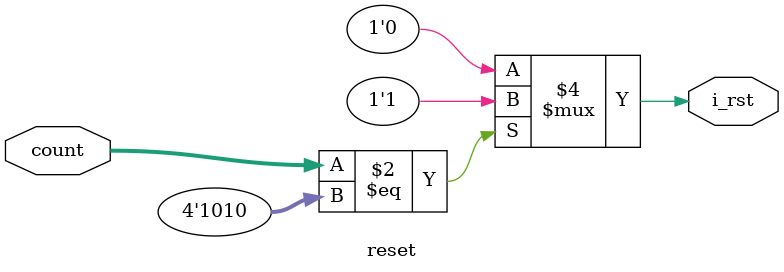
<source format=sv>
module top (
    input clk
);
  wire i_rst;
  wire [3:0] count;

  counter counter (
      clk,
      i_rst,
      count
  );
  reset reset (
      count,
      i_rst
  );
endmodule

module counter (
    input clk,
    input i_rst,
    output [3:0] cnt
);

  reg [3:0] count;
  always @(posedge clk or posedge i_rst) begin  //warning on "count->i_rst->count"
    if (i_rst) count <= 0;
    else count <= count + 1;
  end

  assign cnt = count;
endmodule

module reset (
    input [3:0] count,
    output reg i_rst
);
  parameter number = 10;
  always @(count)
    if (count == number) i_rst = 1;
    else i_rst = 0;
endmodule

</source>
